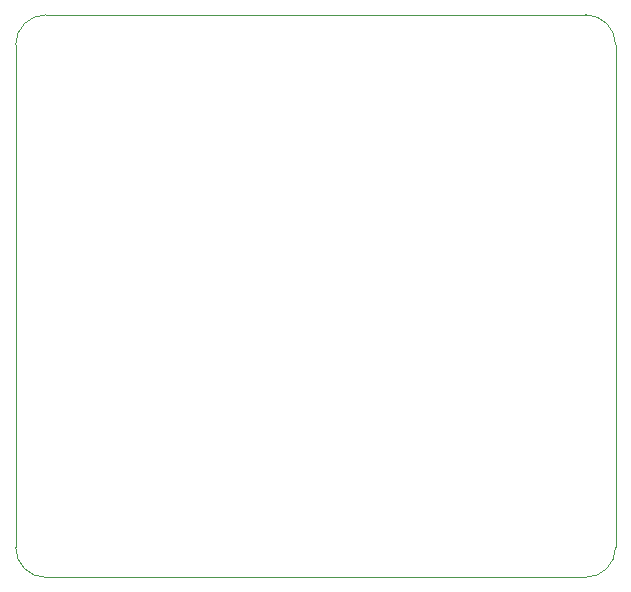
<source format=gbr>
G04 #@! TF.GenerationSoftware,KiCad,Pcbnew,(5.1.8)-1*
G04 #@! TF.CreationDate,2021-03-01T03:03:40-08:00*
G04 #@! TF.ProjectId,UAS,5541532e-6b69-4636-9164-5f7063625858,1*
G04 #@! TF.SameCoordinates,Original*
G04 #@! TF.FileFunction,Profile,NP*
%FSLAX46Y46*%
G04 Gerber Fmt 4.6, Leading zero omitted, Abs format (unit mm)*
G04 Created by KiCad (PCBNEW (5.1.8)-1) date 2021-03-01 03:03:40*
%MOMM*%
%LPD*%
G01*
G04 APERTURE LIST*
G04 #@! TA.AperFunction,Profile*
%ADD10C,0.100000*%
G04 #@! TD*
G04 APERTURE END LIST*
D10*
X168260000Y-118544999D02*
X168260000Y-76000000D01*
X117460001Y-76000001D02*
G75*
G02*
X120000000Y-73460000I2540000J1D01*
G01*
X120000002Y-121084999D02*
G75*
G02*
X117460001Y-118545000I-1J2540000D01*
G01*
X165720000Y-73460000D02*
X120000000Y-73460000D01*
X120000001Y-121084999D02*
X165720000Y-121084999D01*
X168260000Y-118544999D02*
G75*
G02*
X165720000Y-121084999I-2540000J0D01*
G01*
X117460001Y-76000000D02*
X117460001Y-118545000D01*
X165720000Y-73460000D02*
G75*
G02*
X168260000Y-76000000I0J-2540000D01*
G01*
M02*

</source>
